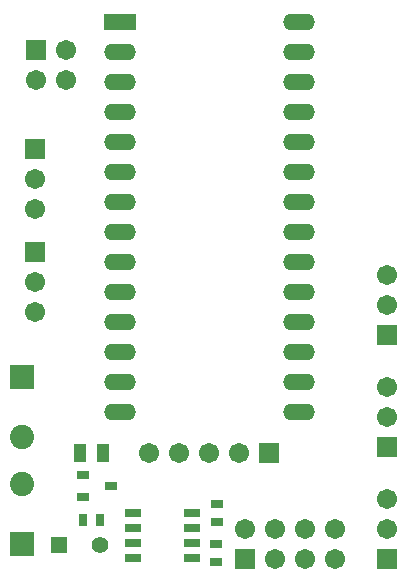
<source format=gbs>
G04 Layer_Color=16711935*
%FSLAX44Y44*%
%MOMM*%
G71*
G01*
G75*
%ADD31R,1.1032X0.8032*%
%ADD32R,0.8032X1.1032*%
%ADD35C,1.7032*%
%ADD36R,1.7032X1.7032*%
%ADD37C,2.0532*%
%ADD38R,2.0532X2.0532*%
%ADD39R,1.7032X1.7032*%
%ADD40R,1.4032X1.4032*%
%ADD41C,1.4032*%
%ADD42O,2.7032X1.4032*%
%ADD43R,2.7032X1.4032*%
%ADD44R,1.3972X0.7622*%
%ADD45R,1.1400X0.6900*%
%ADD46R,1.1032X1.5032*%
D31*
X186000Y66500D02*
D03*
Y51500D02*
D03*
X185000Y32500D02*
D03*
Y17500D02*
D03*
D32*
X72500Y53000D02*
D03*
X87500D02*
D03*
D35*
X330000Y70800D02*
D03*
Y45400D02*
D03*
Y260800D02*
D03*
Y235400D02*
D03*
X32000Y229200D02*
D03*
Y254600D02*
D03*
Y316200D02*
D03*
Y341600D02*
D03*
X330000Y165800D02*
D03*
Y140400D02*
D03*
X58400Y451000D02*
D03*
X33000Y425600D02*
D03*
X58400D02*
D03*
X235400Y20000D02*
D03*
X260800D02*
D03*
X286200D02*
D03*
X210000Y45400D02*
D03*
X235400D02*
D03*
X260800D02*
D03*
X286200D02*
D03*
X204600Y110000D02*
D03*
X179200D02*
D03*
X153800D02*
D03*
X128400D02*
D03*
D36*
X330000Y20000D02*
D03*
Y210000D02*
D03*
X32000Y280000D02*
D03*
Y367000D02*
D03*
X330000Y115000D02*
D03*
X33000Y451000D02*
D03*
D37*
X21000Y83400D02*
D03*
Y123600D02*
D03*
D38*
Y32600D02*
D03*
Y174400D02*
D03*
D39*
X210000Y20000D02*
D03*
X230000Y110000D02*
D03*
D40*
X52500Y32000D02*
D03*
D41*
X87500D02*
D03*
D42*
X256000Y144900D02*
D03*
Y170300D02*
D03*
Y195700D02*
D03*
Y221100D02*
D03*
Y246500D02*
D03*
Y271900D02*
D03*
Y297300D02*
D03*
Y322700D02*
D03*
Y348100D02*
D03*
Y373500D02*
D03*
Y398900D02*
D03*
Y424300D02*
D03*
Y449700D02*
D03*
Y475100D02*
D03*
X104000Y144900D02*
D03*
Y170300D02*
D03*
Y195700D02*
D03*
Y221100D02*
D03*
Y246500D02*
D03*
Y271900D02*
D03*
Y297300D02*
D03*
Y322700D02*
D03*
Y348100D02*
D03*
Y373500D02*
D03*
Y398900D02*
D03*
Y424300D02*
D03*
Y449700D02*
D03*
D43*
Y475100D02*
D03*
D44*
X165270Y59050D02*
D03*
Y46350D02*
D03*
Y33650D02*
D03*
Y20950D02*
D03*
X114730Y59050D02*
D03*
Y46350D02*
D03*
Y33650D02*
D03*
Y20950D02*
D03*
D45*
X73150Y72500D02*
D03*
Y91500D02*
D03*
X96850Y82000D02*
D03*
D46*
X70500Y110000D02*
D03*
X89500D02*
D03*
M02*

</source>
